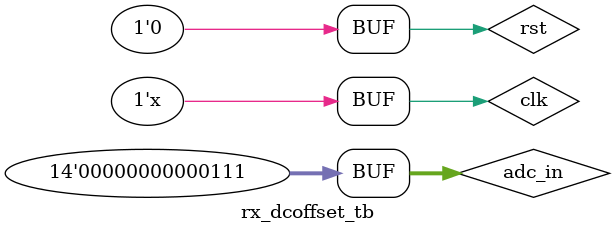
<source format=v>

`timescale 1ns/1ns
module rx_dcoffset_tb();
   
   reg clk, rst;

   initial rst = 1;
   initial #1000 rst = 0;
   initial clk = 0;
   always #5 clk = ~clk;
   
   initial $dumpfile("rx_dcoffset_tb.vcd");
   initial $dumpvars(0,rx_dcoffset_tb);

   reg [13:0] adc_in = 7;
   wire [13:0] adc_out;

   always @(posedge clk)
     $display("%d\t%d",adc_in,adc_out);
   
   rx_dcoffset #(.WIDTH(14),.ADDR(0))
     rx_dcoffset(.clk(clk),.rst(rst),.set_stb(0),.set_addr(0),.set_data(0),
		 .adc_in(adc_in),.adc_out(adc_out));
   
endmodule // longfifo_tb

</source>
